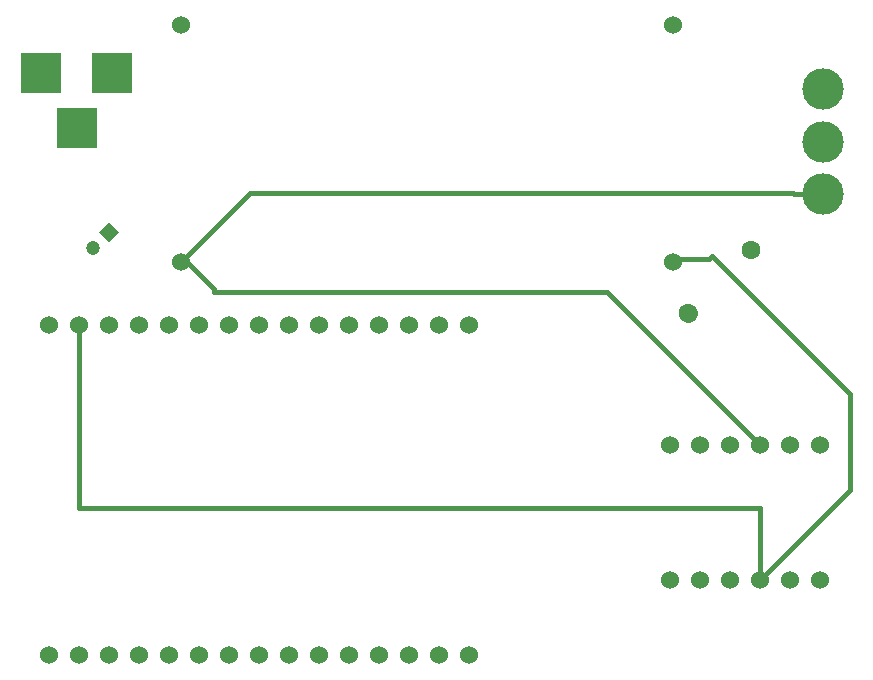
<source format=gbr>
G04 #@! TF.GenerationSoftware,KiCad,Pcbnew,(5.1.2-1)-1*
G04 #@! TF.CreationDate,2019-05-31T16:35:32-04:00*
G04 #@! TF.ProjectId,RubyLights,52756279-4c69-4676-9874-732e6b696361,.5*
G04 #@! TF.SameCoordinates,Original*
G04 #@! TF.FileFunction,Copper,L2,Bot*
G04 #@! TF.FilePolarity,Positive*
%FSLAX46Y46*%
G04 Gerber Fmt 4.6, Leading zero omitted, Abs format (unit mm)*
G04 Created by KiCad (PCBNEW (5.1.2-1)-1) date 2019-05-31 16:35:32*
%MOMM*%
%LPD*%
G04 APERTURE LIST*
%ADD10R,3.500000X3.500000*%
%ADD11C,1.524000*%
%ADD12C,3.500120*%
%ADD13C,1.200000*%
%ADD14C,0.100000*%
%ADD15C,1.600000*%
%ADD16C,1.600000*%
%ADD17C,0.400000*%
G04 APERTURE END LIST*
D10*
X65786000Y-62484000D03*
X59786000Y-62484000D03*
X62786000Y-67184000D03*
D11*
X113030000Y-93980000D03*
X115570000Y-93980000D03*
X118110000Y-93980000D03*
X120650000Y-93980000D03*
X123190000Y-93980000D03*
X125730000Y-93980000D03*
X125730000Y-105410000D03*
X123190000Y-105410000D03*
X120650000Y-105410000D03*
X118110000Y-105410000D03*
X115570000Y-105410000D03*
X113030000Y-105410000D03*
D12*
X125984000Y-63881000D03*
X125984000Y-68326000D03*
X125984000Y-72771000D03*
D13*
X65532000Y-75946000D03*
D14*
G36*
X65532000Y-75097472D02*
G01*
X66380528Y-75946000D01*
X65532000Y-76794528D01*
X64683472Y-75946000D01*
X65532000Y-75097472D01*
X65532000Y-75097472D01*
G37*
D13*
X64117786Y-77360214D03*
D15*
X119888000Y-77470000D03*
X114499846Y-82858154D03*
D16*
X114499846Y-82858154D02*
X114499846Y-82858154D01*
D11*
X96012000Y-111760000D03*
X93472000Y-111760000D03*
X90932000Y-111760000D03*
X88392000Y-111760000D03*
X85852000Y-111760000D03*
X83312000Y-111760000D03*
X80772000Y-111760000D03*
X78232000Y-111760000D03*
X75692000Y-111760000D03*
X73152000Y-111760000D03*
X70612000Y-111760000D03*
X68072000Y-111760000D03*
X65532000Y-111760000D03*
X62992000Y-111760000D03*
X60452000Y-111760000D03*
X60452000Y-83820000D03*
X62992000Y-83820000D03*
X65532000Y-83820000D03*
X68072000Y-83820000D03*
X70612000Y-83820000D03*
X73152000Y-83820000D03*
X75692000Y-83820000D03*
X78232000Y-83820000D03*
X80772000Y-83820000D03*
X83312000Y-83820000D03*
X85852000Y-83820000D03*
X88392000Y-83820000D03*
X90932000Y-83820000D03*
X93472000Y-83820000D03*
X96012000Y-83820000D03*
X113284000Y-58420000D03*
X113284000Y-78486000D03*
X71628000Y-78486000D03*
X71628000Y-58420000D03*
D17*
X62992000Y-83820000D02*
X62992000Y-99314000D01*
X62992000Y-99314000D02*
X120650000Y-99314000D01*
X120650000Y-99314000D02*
X120650000Y-105410000D01*
X128270000Y-97790000D02*
X120650000Y-105410000D01*
X128270000Y-89662000D02*
X128270000Y-97790000D01*
X116586000Y-77978000D02*
X128270000Y-89662000D01*
X116332000Y-78232000D02*
X116586000Y-77978000D01*
X113030000Y-78232000D02*
X116332000Y-78232000D01*
X123509042Y-72771000D02*
X123382042Y-72644000D01*
X125984000Y-72771000D02*
X123509042Y-72771000D01*
X77470000Y-72644000D02*
X71882000Y-78232000D01*
X123382042Y-72644000D02*
X77470000Y-72644000D01*
X107696000Y-81026000D02*
X120650000Y-93980000D01*
X74422000Y-81026000D02*
X107696000Y-81026000D01*
X74422000Y-80772000D02*
X74422000Y-81026000D01*
X71882000Y-78232000D02*
X74422000Y-80772000D01*
M02*

</source>
